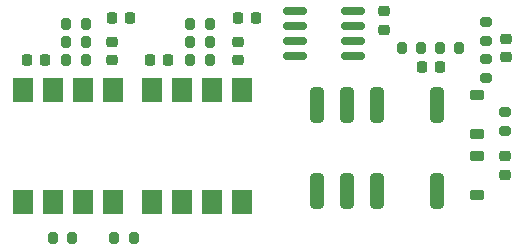
<source format=gbr>
%TF.GenerationSoftware,KiCad,Pcbnew,7.0.7*%
%TF.CreationDate,2023-12-05T14:15:23+03:00*%
%TF.ProjectId,InterceptRelay,496e7465-7263-4657-9074-52656c61792e,rev?*%
%TF.SameCoordinates,Original*%
%TF.FileFunction,Paste,Top*%
%TF.FilePolarity,Positive*%
%FSLAX46Y46*%
G04 Gerber Fmt 4.6, Leading zero omitted, Abs format (unit mm)*
G04 Created by KiCad (PCBNEW 7.0.7) date 2023-12-05 14:15:23*
%MOMM*%
%LPD*%
G01*
G04 APERTURE LIST*
G04 Aperture macros list*
%AMRoundRect*
0 Rectangle with rounded corners*
0 $1 Rounding radius*
0 $2 $3 $4 $5 $6 $7 $8 $9 X,Y pos of 4 corners*
0 Add a 4 corners polygon primitive as box body*
4,1,4,$2,$3,$4,$5,$6,$7,$8,$9,$2,$3,0*
0 Add four circle primitives for the rounded corners*
1,1,$1+$1,$2,$3*
1,1,$1+$1,$4,$5*
1,1,$1+$1,$6,$7*
1,1,$1+$1,$8,$9*
0 Add four rect primitives between the rounded corners*
20,1,$1+$1,$2,$3,$4,$5,0*
20,1,$1+$1,$4,$5,$6,$7,0*
20,1,$1+$1,$6,$7,$8,$9,0*
20,1,$1+$1,$8,$9,$2,$3,0*%
G04 Aperture macros list end*
%ADD10RoundRect,0.200000X0.200000X0.275000X-0.200000X0.275000X-0.200000X-0.275000X0.200000X-0.275000X0*%
%ADD11RoundRect,0.200000X0.275000X-0.200000X0.275000X0.200000X-0.275000X0.200000X-0.275000X-0.200000X0*%
%ADD12RoundRect,0.225000X-0.375000X0.225000X-0.375000X-0.225000X0.375000X-0.225000X0.375000X0.225000X0*%
%ADD13RoundRect,0.225000X0.225000X0.250000X-0.225000X0.250000X-0.225000X-0.250000X0.225000X-0.250000X0*%
%ADD14RoundRect,0.225000X-0.250000X0.225000X-0.250000X-0.225000X0.250000X-0.225000X0.250000X0.225000X0*%
%ADD15RoundRect,0.225000X-0.225000X-0.250000X0.225000X-0.250000X0.225000X0.250000X-0.225000X0.250000X0*%
%ADD16R,1.780000X2.000000*%
%ADD17RoundRect,0.150000X-0.825000X-0.150000X0.825000X-0.150000X0.825000X0.150000X-0.825000X0.150000X0*%
%ADD18RoundRect,0.218750X0.256250X-0.218750X0.256250X0.218750X-0.256250X0.218750X-0.256250X-0.218750X0*%
%ADD19RoundRect,0.225000X0.375000X-0.225000X0.375000X0.225000X-0.375000X0.225000X-0.375000X-0.225000X0*%
%ADD20RoundRect,0.225000X0.250000X-0.225000X0.250000X0.225000X-0.250000X0.225000X-0.250000X-0.225000X0*%
%ADD21RoundRect,0.200000X-0.200000X-0.275000X0.200000X-0.275000X0.200000X0.275000X-0.200000X0.275000X0*%
%ADD22RoundRect,0.249750X0.305250X1.250250X-0.305250X1.250250X-0.305250X-1.250250X0.305250X-1.250250X0*%
G04 APERTURE END LIST*
D10*
%TO.C,R8*%
X87107000Y-55072198D03*
X85457000Y-55072198D03*
%TD*%
%TO.C,R10*%
X91147400Y-71729600D03*
X89497400Y-71729600D03*
%TD*%
%TO.C,R5*%
X115510000Y-55586198D03*
X113860000Y-55586198D03*
%TD*%
%TO.C,R4*%
X118710000Y-55586198D03*
X117060000Y-55586198D03*
%TD*%
D11*
%TO.C,R3*%
X120956200Y-55051000D03*
X120956200Y-53401000D03*
%TD*%
D12*
%TO.C,D2*%
X120197500Y-64748698D03*
X120197500Y-68048698D03*
%TD*%
D10*
%TO.C,R6*%
X97584000Y-55104698D03*
X95934000Y-55104698D03*
%TD*%
D13*
%TO.C,C4*%
X101535000Y-53040198D03*
X99985000Y-53040198D03*
%TD*%
D14*
%TO.C,C5*%
X99998000Y-55059198D03*
X99998000Y-56609198D03*
%TD*%
%TO.C,C3*%
X112335000Y-52511198D03*
X112335000Y-54061198D03*
%TD*%
D15*
%TO.C,C2*%
X115560000Y-57186198D03*
X117110000Y-57186198D03*
%TD*%
D13*
%TO.C,C8*%
X83679000Y-56661198D03*
X82129000Y-56661198D03*
%TD*%
D11*
%TO.C,R1*%
X122597500Y-62648698D03*
X122597500Y-60998698D03*
%TD*%
D13*
%TO.C,C9*%
X94085000Y-56661198D03*
X92535000Y-56661198D03*
%TD*%
D16*
%TO.C,U3*%
X81775000Y-68651198D03*
X84315000Y-68651198D03*
X86855000Y-68651198D03*
X89395000Y-68651198D03*
X89395000Y-59121198D03*
X86855000Y-59121198D03*
X84315000Y-59121198D03*
X81775000Y-59121198D03*
%TD*%
D10*
%TO.C,R11*%
X97584000Y-56661198D03*
X95934000Y-56661198D03*
%TD*%
D17*
%TO.C,U4*%
X104785000Y-52506198D03*
X104785000Y-53776198D03*
X104785000Y-55046198D03*
X104785000Y-56316198D03*
X109735000Y-56316198D03*
X109735000Y-55046198D03*
X109735000Y-53776198D03*
X109735000Y-52506198D03*
%TD*%
D18*
%TO.C,D3*%
X122597500Y-66323698D03*
X122597500Y-64748698D03*
%TD*%
D19*
%TO.C,D1*%
X120197500Y-62848698D03*
X120197500Y-59548698D03*
%TD*%
D20*
%TO.C,C1*%
X122631200Y-56401000D03*
X122631200Y-54851000D03*
%TD*%
D21*
%TO.C,R12*%
X84315800Y-71729600D03*
X85965800Y-71729600D03*
%TD*%
%TO.C,R9*%
X85457000Y-53548198D03*
X87107000Y-53548198D03*
%TD*%
D22*
%TO.C,K1*%
X116840000Y-60446198D03*
X111760000Y-60446198D03*
X109220000Y-60446198D03*
X106680000Y-60446198D03*
X106680000Y-67736198D03*
X109220000Y-67736198D03*
X111760000Y-67736198D03*
X116840000Y-67736198D03*
%TD*%
D16*
%TO.C,U1*%
X92675000Y-68651198D03*
X95215000Y-68651198D03*
X97755000Y-68651198D03*
X100295000Y-68651198D03*
X100295000Y-59121198D03*
X97755000Y-59121198D03*
X95215000Y-59121198D03*
X92675000Y-59121198D03*
%TD*%
D13*
%TO.C,C6*%
X90867000Y-53040198D03*
X89317000Y-53040198D03*
%TD*%
D11*
%TO.C,R2*%
X120956200Y-58151000D03*
X120956200Y-56501000D03*
%TD*%
D21*
%TO.C,R7*%
X95934000Y-53548198D03*
X97584000Y-53548198D03*
%TD*%
D10*
%TO.C,R13*%
X87107000Y-56596198D03*
X85457000Y-56596198D03*
%TD*%
D14*
%TO.C,C7*%
X89330000Y-55059198D03*
X89330000Y-56609198D03*
%TD*%
M02*

</source>
